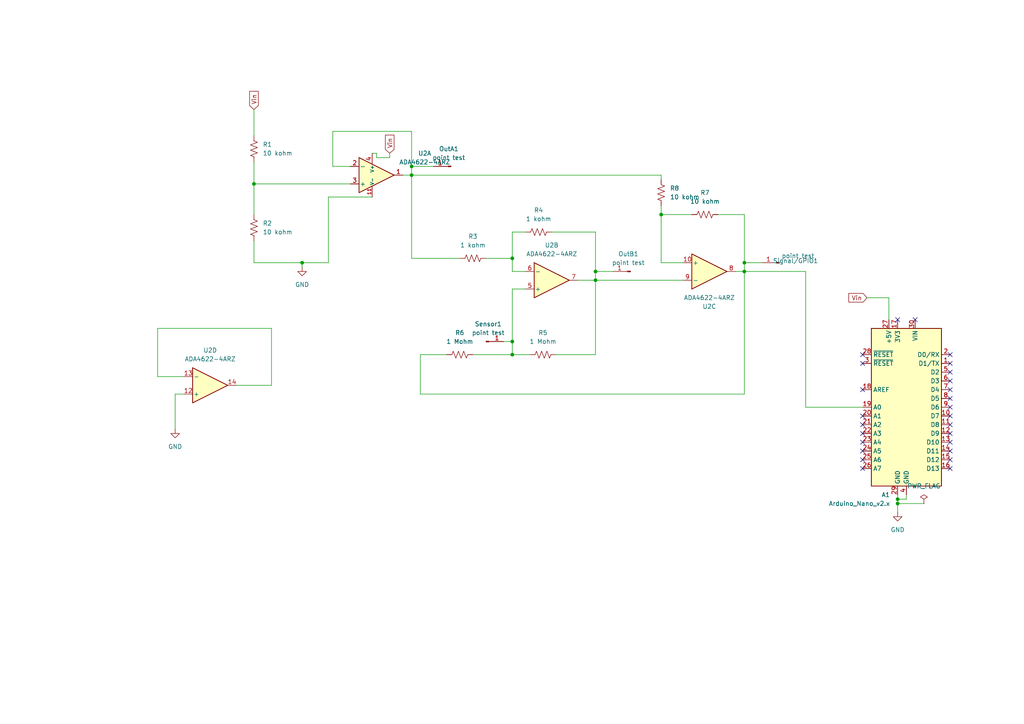
<source format=kicad_sch>
(kicad_sch
	(version 20231120)
	(generator "eeschema")
	(generator_version "8.0")
	(uuid "8d6e2af3-6787-452d-a508-8246b70595e4")
	(paper "A4")
	(lib_symbols
		(symbol "Connector:Conn_01x01_Pin"
			(pin_names
				(offset 1.016) hide)
			(exclude_from_sim no)
			(in_bom yes)
			(on_board yes)
			(property "Reference" "J"
				(at 0 2.54 0)
				(effects
					(font
						(size 1.27 1.27)
					)
				)
			)
			(property "Value" "Conn_01x01_Pin"
				(at 0 -2.54 0)
				(effects
					(font
						(size 1.27 1.27)
					)
				)
			)
			(property "Footprint" ""
				(at 0 0 0)
				(effects
					(font
						(size 1.27 1.27)
					)
					(hide yes)
				)
			)
			(property "Datasheet" "~"
				(at 0 0 0)
				(effects
					(font
						(size 1.27 1.27)
					)
					(hide yes)
				)
			)
			(property "Description" "Generic connector, single row, 01x01, script generated"
				(at 0 0 0)
				(effects
					(font
						(size 1.27 1.27)
					)
					(hide yes)
				)
			)
			(property "ki_locked" ""
				(at 0 0 0)
				(effects
					(font
						(size 1.27 1.27)
					)
				)
			)
			(property "ki_keywords" "connector"
				(at 0 0 0)
				(effects
					(font
						(size 1.27 1.27)
					)
					(hide yes)
				)
			)
			(property "ki_fp_filters" "Connector*:*_1x??_*"
				(at 0 0 0)
				(effects
					(font
						(size 1.27 1.27)
					)
					(hide yes)
				)
			)
			(symbol "Conn_01x01_Pin_1_1"
				(polyline
					(pts
						(xy 1.27 0) (xy 0.8636 0)
					)
					(stroke
						(width 0.1524)
						(type default)
					)
					(fill
						(type none)
					)
				)
				(rectangle
					(start 0.8636 0.127)
					(end 0 -0.127)
					(stroke
						(width 0.1524)
						(type default)
					)
					(fill
						(type outline)
					)
				)
				(pin passive line
					(at 5.08 0 180)
					(length 3.81)
					(name "Pin_1"
						(effects
							(font
								(size 1.27 1.27)
							)
						)
					)
					(number "1"
						(effects
							(font
								(size 1.27 1.27)
							)
						)
					)
				)
			)
		)
		(symbol "Device:R_US"
			(pin_numbers hide)
			(pin_names
				(offset 0)
			)
			(exclude_from_sim no)
			(in_bom yes)
			(on_board yes)
			(property "Reference" "R"
				(at 2.54 0 90)
				(effects
					(font
						(size 1.27 1.27)
					)
				)
			)
			(property "Value" "R_US"
				(at -2.54 0 90)
				(effects
					(font
						(size 1.27 1.27)
					)
				)
			)
			(property "Footprint" ""
				(at 1.016 -0.254 90)
				(effects
					(font
						(size 1.27 1.27)
					)
					(hide yes)
				)
			)
			(property "Datasheet" "~"
				(at 0 0 0)
				(effects
					(font
						(size 1.27 1.27)
					)
					(hide yes)
				)
			)
			(property "Description" "Resistor, US symbol"
				(at 0 0 0)
				(effects
					(font
						(size 1.27 1.27)
					)
					(hide yes)
				)
			)
			(property "ki_keywords" "R res resistor"
				(at 0 0 0)
				(effects
					(font
						(size 1.27 1.27)
					)
					(hide yes)
				)
			)
			(property "ki_fp_filters" "R_*"
				(at 0 0 0)
				(effects
					(font
						(size 1.27 1.27)
					)
					(hide yes)
				)
			)
			(symbol "R_US_0_1"
				(polyline
					(pts
						(xy 0 -2.286) (xy 0 -2.54)
					)
					(stroke
						(width 0)
						(type default)
					)
					(fill
						(type none)
					)
				)
				(polyline
					(pts
						(xy 0 2.286) (xy 0 2.54)
					)
					(stroke
						(width 0)
						(type default)
					)
					(fill
						(type none)
					)
				)
				(polyline
					(pts
						(xy 0 -0.762) (xy 1.016 -1.143) (xy 0 -1.524) (xy -1.016 -1.905) (xy 0 -2.286)
					)
					(stroke
						(width 0)
						(type default)
					)
					(fill
						(type none)
					)
				)
				(polyline
					(pts
						(xy 0 0.762) (xy 1.016 0.381) (xy 0 0) (xy -1.016 -0.381) (xy 0 -0.762)
					)
					(stroke
						(width 0)
						(type default)
					)
					(fill
						(type none)
					)
				)
				(polyline
					(pts
						(xy 0 2.286) (xy 1.016 1.905) (xy 0 1.524) (xy -1.016 1.143) (xy 0 0.762)
					)
					(stroke
						(width 0)
						(type default)
					)
					(fill
						(type none)
					)
				)
			)
			(symbol "R_US_1_1"
				(pin passive line
					(at 0 3.81 270)
					(length 1.27)
					(name "~"
						(effects
							(font
								(size 1.27 1.27)
							)
						)
					)
					(number "1"
						(effects
							(font
								(size 1.27 1.27)
							)
						)
					)
				)
				(pin passive line
					(at 0 -3.81 90)
					(length 1.27)
					(name "~"
						(effects
							(font
								(size 1.27 1.27)
							)
						)
					)
					(number "2"
						(effects
							(font
								(size 1.27 1.27)
							)
						)
					)
				)
			)
		)
		(symbol "MCU_Module:Arduino_Nano_v2.x"
			(exclude_from_sim no)
			(in_bom yes)
			(on_board yes)
			(property "Reference" "A"
				(at -10.16 23.495 0)
				(effects
					(font
						(size 1.27 1.27)
					)
					(justify left bottom)
				)
			)
			(property "Value" "Arduino_Nano_v2.x"
				(at 5.08 -24.13 0)
				(effects
					(font
						(size 1.27 1.27)
					)
					(justify left top)
				)
			)
			(property "Footprint" "Module:Arduino_Nano"
				(at 0 0 0)
				(effects
					(font
						(size 1.27 1.27)
						(italic yes)
					)
					(hide yes)
				)
			)
			(property "Datasheet" "https://www.arduino.cc/en/uploads/Main/ArduinoNanoManual23.pdf"
				(at 0 0 0)
				(effects
					(font
						(size 1.27 1.27)
					)
					(hide yes)
				)
			)
			(property "Description" "Arduino Nano v2.x"
				(at 0 0 0)
				(effects
					(font
						(size 1.27 1.27)
					)
					(hide yes)
				)
			)
			(property "ki_keywords" "Arduino nano microcontroller module USB"
				(at 0 0 0)
				(effects
					(font
						(size 1.27 1.27)
					)
					(hide yes)
				)
			)
			(property "ki_fp_filters" "Arduino*Nano*"
				(at 0 0 0)
				(effects
					(font
						(size 1.27 1.27)
					)
					(hide yes)
				)
			)
			(symbol "Arduino_Nano_v2.x_0_1"
				(rectangle
					(start -10.16 22.86)
					(end 10.16 -22.86)
					(stroke
						(width 0.254)
						(type default)
					)
					(fill
						(type background)
					)
				)
			)
			(symbol "Arduino_Nano_v2.x_1_1"
				(pin bidirectional line
					(at -12.7 12.7 0)
					(length 2.54)
					(name "D1/TX"
						(effects
							(font
								(size 1.27 1.27)
							)
						)
					)
					(number "1"
						(effects
							(font
								(size 1.27 1.27)
							)
						)
					)
				)
				(pin bidirectional line
					(at -12.7 -2.54 0)
					(length 2.54)
					(name "D7"
						(effects
							(font
								(size 1.27 1.27)
							)
						)
					)
					(number "10"
						(effects
							(font
								(size 1.27 1.27)
							)
						)
					)
				)
				(pin bidirectional line
					(at -12.7 -5.08 0)
					(length 2.54)
					(name "D8"
						(effects
							(font
								(size 1.27 1.27)
							)
						)
					)
					(number "11"
						(effects
							(font
								(size 1.27 1.27)
							)
						)
					)
				)
				(pin bidirectional line
					(at -12.7 -7.62 0)
					(length 2.54)
					(name "D9"
						(effects
							(font
								(size 1.27 1.27)
							)
						)
					)
					(number "12"
						(effects
							(font
								(size 1.27 1.27)
							)
						)
					)
				)
				(pin bidirectional line
					(at -12.7 -10.16 0)
					(length 2.54)
					(name "D10"
						(effects
							(font
								(size 1.27 1.27)
							)
						)
					)
					(number "13"
						(effects
							(font
								(size 1.27 1.27)
							)
						)
					)
				)
				(pin bidirectional line
					(at -12.7 -12.7 0)
					(length 2.54)
					(name "D11"
						(effects
							(font
								(size 1.27 1.27)
							)
						)
					)
					(number "14"
						(effects
							(font
								(size 1.27 1.27)
							)
						)
					)
				)
				(pin bidirectional line
					(at -12.7 -15.24 0)
					(length 2.54)
					(name "D12"
						(effects
							(font
								(size 1.27 1.27)
							)
						)
					)
					(number "15"
						(effects
							(font
								(size 1.27 1.27)
							)
						)
					)
				)
				(pin bidirectional line
					(at -12.7 -17.78 0)
					(length 2.54)
					(name "D13"
						(effects
							(font
								(size 1.27 1.27)
							)
						)
					)
					(number "16"
						(effects
							(font
								(size 1.27 1.27)
							)
						)
					)
				)
				(pin power_out line
					(at 2.54 25.4 270)
					(length 2.54)
					(name "3V3"
						(effects
							(font
								(size 1.27 1.27)
							)
						)
					)
					(number "17"
						(effects
							(font
								(size 1.27 1.27)
							)
						)
					)
				)
				(pin input line
					(at 12.7 5.08 180)
					(length 2.54)
					(name "AREF"
						(effects
							(font
								(size 1.27 1.27)
							)
						)
					)
					(number "18"
						(effects
							(font
								(size 1.27 1.27)
							)
						)
					)
				)
				(pin bidirectional line
					(at 12.7 0 180)
					(length 2.54)
					(name "A0"
						(effects
							(font
								(size 1.27 1.27)
							)
						)
					)
					(number "19"
						(effects
							(font
								(size 1.27 1.27)
							)
						)
					)
				)
				(pin bidirectional line
					(at -12.7 15.24 0)
					(length 2.54)
					(name "D0/RX"
						(effects
							(font
								(size 1.27 1.27)
							)
						)
					)
					(number "2"
						(effects
							(font
								(size 1.27 1.27)
							)
						)
					)
				)
				(pin bidirectional line
					(at 12.7 -2.54 180)
					(length 2.54)
					(name "A1"
						(effects
							(font
								(size 1.27 1.27)
							)
						)
					)
					(number "20"
						(effects
							(font
								(size 1.27 1.27)
							)
						)
					)
				)
				(pin bidirectional line
					(at 12.7 -5.08 180)
					(length 2.54)
					(name "A2"
						(effects
							(font
								(size 1.27 1.27)
							)
						)
					)
					(number "21"
						(effects
							(font
								(size 1.27 1.27)
							)
						)
					)
				)
				(pin bidirectional line
					(at 12.7 -7.62 180)
					(length 2.54)
					(name "A3"
						(effects
							(font
								(size 1.27 1.27)
							)
						)
					)
					(number "22"
						(effects
							(font
								(size 1.27 1.27)
							)
						)
					)
				)
				(pin bidirectional line
					(at 12.7 -10.16 180)
					(length 2.54)
					(name "A4"
						(effects
							(font
								(size 1.27 1.27)
							)
						)
					)
					(number "23"
						(effects
							(font
								(size 1.27 1.27)
							)
						)
					)
				)
				(pin bidirectional line
					(at 12.7 -12.7 180)
					(length 2.54)
					(name "A5"
						(effects
							(font
								(size 1.27 1.27)
							)
						)
					)
					(number "24"
						(effects
							(font
								(size 1.27 1.27)
							)
						)
					)
				)
				(pin bidirectional line
					(at 12.7 -15.24 180)
					(length 2.54)
					(name "A6"
						(effects
							(font
								(size 1.27 1.27)
							)
						)
					)
					(number "25"
						(effects
							(font
								(size 1.27 1.27)
							)
						)
					)
				)
				(pin bidirectional line
					(at 12.7 -17.78 180)
					(length 2.54)
					(name "A7"
						(effects
							(font
								(size 1.27 1.27)
							)
						)
					)
					(number "26"
						(effects
							(font
								(size 1.27 1.27)
							)
						)
					)
				)
				(pin power_out line
					(at 5.08 25.4 270)
					(length 2.54)
					(name "+5V"
						(effects
							(font
								(size 1.27 1.27)
							)
						)
					)
					(number "27"
						(effects
							(font
								(size 1.27 1.27)
							)
						)
					)
				)
				(pin input line
					(at 12.7 15.24 180)
					(length 2.54)
					(name "~{RESET}"
						(effects
							(font
								(size 1.27 1.27)
							)
						)
					)
					(number "28"
						(effects
							(font
								(size 1.27 1.27)
							)
						)
					)
				)
				(pin power_in line
					(at 2.54 -25.4 90)
					(length 2.54)
					(name "GND"
						(effects
							(font
								(size 1.27 1.27)
							)
						)
					)
					(number "29"
						(effects
							(font
								(size 1.27 1.27)
							)
						)
					)
				)
				(pin input line
					(at 12.7 12.7 180)
					(length 2.54)
					(name "~{RESET}"
						(effects
							(font
								(size 1.27 1.27)
							)
						)
					)
					(number "3"
						(effects
							(font
								(size 1.27 1.27)
							)
						)
					)
				)
				(pin power_in line
					(at -2.54 25.4 270)
					(length 2.54)
					(name "VIN"
						(effects
							(font
								(size 1.27 1.27)
							)
						)
					)
					(number "30"
						(effects
							(font
								(size 1.27 1.27)
							)
						)
					)
				)
				(pin power_in line
					(at 0 -25.4 90)
					(length 2.54)
					(name "GND"
						(effects
							(font
								(size 1.27 1.27)
							)
						)
					)
					(number "4"
						(effects
							(font
								(size 1.27 1.27)
							)
						)
					)
				)
				(pin bidirectional line
					(at -12.7 10.16 0)
					(length 2.54)
					(name "D2"
						(effects
							(font
								(size 1.27 1.27)
							)
						)
					)
					(number "5"
						(effects
							(font
								(size 1.27 1.27)
							)
						)
					)
				)
				(pin bidirectional line
					(at -12.7 7.62 0)
					(length 2.54)
					(name "D3"
						(effects
							(font
								(size 1.27 1.27)
							)
						)
					)
					(number "6"
						(effects
							(font
								(size 1.27 1.27)
							)
						)
					)
				)
				(pin bidirectional line
					(at -12.7 5.08 0)
					(length 2.54)
					(name "D4"
						(effects
							(font
								(size 1.27 1.27)
							)
						)
					)
					(number "7"
						(effects
							(font
								(size 1.27 1.27)
							)
						)
					)
				)
				(pin bidirectional line
					(at -12.7 2.54 0)
					(length 2.54)
					(name "D5"
						(effects
							(font
								(size 1.27 1.27)
							)
						)
					)
					(number "8"
						(effects
							(font
								(size 1.27 1.27)
							)
						)
					)
				)
				(pin bidirectional line
					(at -12.7 0 0)
					(length 2.54)
					(name "D6"
						(effects
							(font
								(size 1.27 1.27)
							)
						)
					)
					(number "9"
						(effects
							(font
								(size 1.27 1.27)
							)
						)
					)
				)
			)
		)
		(symbol "PCM_Amplifier_Operational_AKL:ADA4622-4ARZ"
			(pin_names
				(offset 0.2)
			)
			(exclude_from_sim no)
			(in_bom yes)
			(on_board yes)
			(property "Reference" "U"
				(at 1.27 7.62 0)
				(effects
					(font
						(size 1.27 1.27)
					)
					(justify left)
				)
			)
			(property "Value" "ADA4622-4ARZ"
				(at 1.27 5.08 0)
				(effects
					(font
						(size 1.27 1.27)
					)
					(justify left)
				)
			)
			(property "Footprint" "Package_SO_AKL:SOIC-14_3.9x8.7mm_P1.27mm"
				(at 0 0 0)
				(effects
					(font
						(size 1.27 1.27)
					)
					(hide yes)
				)
			)
			(property "Datasheet" "https://www.tme.eu/Document/d36d8d41df5dfd041dfe750941d70940/ADA4622-1-2-4.pdf"
				(at 0 0 0)
				(effects
					(font
						(size 1.27 1.27)
					)
					(hide yes)
				)
			)
			(property "Description" "SO-14 Quad Precision Rail-to-Rail Operational Amplifier, 800μV Offset, 15μV/°C Drift, 8MHz GBW, Alternate KiCAD Library"
				(at 0 0 0)
				(effects
					(font
						(size 1.27 1.27)
					)
					(hide yes)
				)
			)
			(property "ki_locked" ""
				(at 0 0 0)
				(effects
					(font
						(size 1.27 1.27)
					)
				)
			)
			(property "ki_keywords" "quad opamp operational amplifier auto zero chopper rail-to-rail ADA4622-4"
				(at 0 0 0)
				(effects
					(font
						(size 1.27 1.27)
					)
					(hide yes)
				)
			)
			(symbol "ADA4622-4ARZ_0_1"
				(polyline
					(pts
						(xy -3.81 5.08) (xy -3.81 -5.08) (xy 6.35 0) (xy -3.81 5.08)
					)
					(stroke
						(width 0.254)
						(type default)
					)
					(fill
						(type background)
					)
				)
			)
			(symbol "ADA4622-4ARZ_1_1"
				(pin output line
					(at 8.89 0 180)
					(length 2.54)
					(name "~"
						(effects
							(font
								(size 1.27 1.27)
							)
						)
					)
					(number "1"
						(effects
							(font
								(size 1.27 1.27)
							)
						)
					)
				)
				(pin power_in line
					(at 0 -6.35 90)
					(length 3.18)
					(name "V-"
						(effects
							(font
								(size 1 1)
							)
						)
					)
					(number "11"
						(effects
							(font
								(size 1 1)
							)
						)
					)
				)
				(pin input line
					(at -6.35 2.54 0)
					(length 2.54)
					(name "-"
						(effects
							(font
								(size 1.27 1.27)
							)
						)
					)
					(number "2"
						(effects
							(font
								(size 1.27 1.27)
							)
						)
					)
				)
				(pin input line
					(at -6.35 -2.54 0)
					(length 2.54)
					(name "+"
						(effects
							(font
								(size 1.27 1.27)
							)
						)
					)
					(number "3"
						(effects
							(font
								(size 1.27 1.27)
							)
						)
					)
				)
				(pin power_in line
					(at 0 6.35 270)
					(length 3.18)
					(name "V+"
						(effects
							(font
								(size 1 1)
							)
						)
					)
					(number "4"
						(effects
							(font
								(size 1.27 1.27)
							)
						)
					)
				)
			)
			(symbol "ADA4622-4ARZ_2_1"
				(pin input line
					(at -6.35 -2.54 0)
					(length 2.54)
					(name "+"
						(effects
							(font
								(size 1.27 1.27)
							)
						)
					)
					(number "5"
						(effects
							(font
								(size 1.27 1.27)
							)
						)
					)
				)
				(pin input line
					(at -6.35 2.54 0)
					(length 2.54)
					(name "-"
						(effects
							(font
								(size 1.27 1.27)
							)
						)
					)
					(number "6"
						(effects
							(font
								(size 1.27 1.27)
							)
						)
					)
				)
				(pin output line
					(at 8.89 0 180)
					(length 2.54)
					(name "~"
						(effects
							(font
								(size 1.27 1.27)
							)
						)
					)
					(number "7"
						(effects
							(font
								(size 1.27 1.27)
							)
						)
					)
				)
			)
			(symbol "ADA4622-4ARZ_3_1"
				(pin input line
					(at -6.35 -2.54 0)
					(length 2.54)
					(name "+"
						(effects
							(font
								(size 1.27 1.27)
							)
						)
					)
					(number "10"
						(effects
							(font
								(size 1.27 1.27)
							)
						)
					)
				)
				(pin output line
					(at 8.89 0 180)
					(length 2.54)
					(name "~"
						(effects
							(font
								(size 1.27 1.27)
							)
						)
					)
					(number "8"
						(effects
							(font
								(size 1.27 1.27)
							)
						)
					)
				)
				(pin input line
					(at -6.35 2.54 0)
					(length 2.54)
					(name "-"
						(effects
							(font
								(size 1.27 1.27)
							)
						)
					)
					(number "9"
						(effects
							(font
								(size 1.27 1.27)
							)
						)
					)
				)
			)
			(symbol "ADA4622-4ARZ_4_1"
				(pin input line
					(at -6.35 -2.54 0)
					(length 2.54)
					(name "+"
						(effects
							(font
								(size 1.27 1.27)
							)
						)
					)
					(number "12"
						(effects
							(font
								(size 1.27 1.27)
							)
						)
					)
				)
				(pin input line
					(at -6.35 2.54 0)
					(length 2.54)
					(name "-"
						(effects
							(font
								(size 1.27 1.27)
							)
						)
					)
					(number "13"
						(effects
							(font
								(size 1.27 1.27)
							)
						)
					)
				)
				(pin output line
					(at 8.89 0 180)
					(length 2.54)
					(name "~"
						(effects
							(font
								(size 1.27 1.27)
							)
						)
					)
					(number "14"
						(effects
							(font
								(size 1.27 1.27)
							)
						)
					)
				)
			)
		)
		(symbol "power:GND"
			(power)
			(pin_numbers hide)
			(pin_names
				(offset 0) hide)
			(exclude_from_sim no)
			(in_bom yes)
			(on_board yes)
			(property "Reference" "#PWR"
				(at 0 -6.35 0)
				(effects
					(font
						(size 1.27 1.27)
					)
					(hide yes)
				)
			)
			(property "Value" "GND"
				(at 0 -3.81 0)
				(effects
					(font
						(size 1.27 1.27)
					)
				)
			)
			(property "Footprint" ""
				(at 0 0 0)
				(effects
					(font
						(size 1.27 1.27)
					)
					(hide yes)
				)
			)
			(property "Datasheet" ""
				(at 0 0 0)
				(effects
					(font
						(size 1.27 1.27)
					)
					(hide yes)
				)
			)
			(property "Description" "Power symbol creates a global label with name \"GND\" , ground"
				(at 0 0 0)
				(effects
					(font
						(size 1.27 1.27)
					)
					(hide yes)
				)
			)
			(property "ki_keywords" "global power"
				(at 0 0 0)
				(effects
					(font
						(size 1.27 1.27)
					)
					(hide yes)
				)
			)
			(symbol "GND_0_1"
				(polyline
					(pts
						(xy 0 0) (xy 0 -1.27) (xy 1.27 -1.27) (xy 0 -2.54) (xy -1.27 -1.27) (xy 0 -1.27)
					)
					(stroke
						(width 0)
						(type default)
					)
					(fill
						(type none)
					)
				)
			)
			(symbol "GND_1_1"
				(pin power_in line
					(at 0 0 270)
					(length 0)
					(name "~"
						(effects
							(font
								(size 1.27 1.27)
							)
						)
					)
					(number "1"
						(effects
							(font
								(size 1.27 1.27)
							)
						)
					)
				)
			)
		)
		(symbol "power:PWR_FLAG"
			(power)
			(pin_numbers hide)
			(pin_names
				(offset 0) hide)
			(exclude_from_sim no)
			(in_bom yes)
			(on_board yes)
			(property "Reference" "#FLG"
				(at 0 1.905 0)
				(effects
					(font
						(size 1.27 1.27)
					)
					(hide yes)
				)
			)
			(property "Value" "PWR_FLAG"
				(at 0 3.81 0)
				(effects
					(font
						(size 1.27 1.27)
					)
				)
			)
			(property "Footprint" ""
				(at 0 0 0)
				(effects
					(font
						(size 1.27 1.27)
					)
					(hide yes)
				)
			)
			(property "Datasheet" "~"
				(at 0 0 0)
				(effects
					(font
						(size 1.27 1.27)
					)
					(hide yes)
				)
			)
			(property "Description" "Special symbol for telling ERC where power comes from"
				(at 0 0 0)
				(effects
					(font
						(size 1.27 1.27)
					)
					(hide yes)
				)
			)
			(property "ki_keywords" "flag power"
				(at 0 0 0)
				(effects
					(font
						(size 1.27 1.27)
					)
					(hide yes)
				)
			)
			(symbol "PWR_FLAG_0_0"
				(pin power_out line
					(at 0 0 90)
					(length 0)
					(name "~"
						(effects
							(font
								(size 1.27 1.27)
							)
						)
					)
					(number "1"
						(effects
							(font
								(size 1.27 1.27)
							)
						)
					)
				)
			)
			(symbol "PWR_FLAG_0_1"
				(polyline
					(pts
						(xy 0 0) (xy 0 1.27) (xy -1.016 1.905) (xy 0 2.54) (xy 1.016 1.905) (xy 0 1.27)
					)
					(stroke
						(width 0)
						(type default)
					)
					(fill
						(type none)
					)
				)
			)
		)
	)
	(junction
		(at 148.59 99.06)
		(diameter 0)
		(color 0 0 0 0)
		(uuid "23dca0e0-71d1-463f-bfd5-5f96fe99c6f1")
	)
	(junction
		(at 215.9 78.74)
		(diameter 0)
		(color 0 0 0 0)
		(uuid "4861a2d9-215f-4e45-b4da-e17ec73fea43")
	)
	(junction
		(at 260.35 146.05)
		(diameter 0)
		(color 0 0 0 0)
		(uuid "53afee54-6c14-485f-b1c7-4d7095f758d5")
	)
	(junction
		(at 73.66 53.34)
		(diameter 0)
		(color 0 0 0 0)
		(uuid "65c3d460-6645-4592-bf2d-8ae79f1e90c3")
	)
	(junction
		(at 119.38 48.26)
		(diameter 0)
		(color 0 0 0 0)
		(uuid "6644b094-8c29-42d0-871b-4fa83cbdd972")
	)
	(junction
		(at 148.59 102.87)
		(diameter 0)
		(color 0 0 0 0)
		(uuid "70d3c5fb-36b9-48b9-9535-076e87a1c811")
	)
	(junction
		(at 215.9 76.2)
		(diameter 0)
		(color 0 0 0 0)
		(uuid "7c7320e3-0fee-4214-9ead-38305dc3d14a")
	)
	(junction
		(at 172.72 81.28)
		(diameter 0)
		(color 0 0 0 0)
		(uuid "8f71d2fd-9c79-43c0-a0aa-496282899f83")
	)
	(junction
		(at 260.35 144.78)
		(diameter 0)
		(color 0 0 0 0)
		(uuid "ae8abbeb-d981-4d35-90c8-2c0e96df41e4")
	)
	(junction
		(at 148.59 74.93)
		(diameter 0)
		(color 0 0 0 0)
		(uuid "b532243b-86fc-43fc-9e1b-d260491fb17c")
	)
	(junction
		(at 119.38 50.8)
		(diameter 0)
		(color 0 0 0 0)
		(uuid "b53d5557-ba2d-42a1-aca2-ad34bdc79138")
	)
	(junction
		(at 191.77 62.23)
		(diameter 0)
		(color 0 0 0 0)
		(uuid "da2c7f3f-142e-42ad-b010-ed646b4dc83a")
	)
	(junction
		(at 87.63 76.2)
		(diameter 0)
		(color 0 0 0 0)
		(uuid "ec6ed4bd-6f58-4f24-b304-122b14628dbc")
	)
	(junction
		(at 172.72 78.74)
		(diameter 0)
		(color 0 0 0 0)
		(uuid "fc05d1ab-0b2a-4e4b-a3a2-dcf232c84ea9")
	)
	(no_connect
		(at 275.59 110.49)
		(uuid "03ec0683-97ed-4873-a437-112c4f725b72")
	)
	(no_connect
		(at 275.59 130.81)
		(uuid "1c9eb58d-48da-4265-ab04-c179dd5eea4a")
	)
	(no_connect
		(at 275.59 120.65)
		(uuid "2087eeea-9bc8-4922-9118-7690b591b6e9")
	)
	(no_connect
		(at 250.19 105.41)
		(uuid "292c6550-d8d7-4e1c-8f71-bcb2131bacde")
	)
	(no_connect
		(at 250.19 130.81)
		(uuid "2ca2c425-7c43-483d-87a3-b16d2e510092")
	)
	(no_connect
		(at 275.59 135.89)
		(uuid "3bfc64b6-ca63-47ce-919e-92bdca6a2639")
	)
	(no_connect
		(at 275.59 125.73)
		(uuid "3c3c569f-41f3-43c6-a779-80e28dbe3d21")
	)
	(no_connect
		(at 250.19 120.65)
		(uuid "3d0f1dfd-1ecc-4111-84b6-94f83f1b21de")
	)
	(no_connect
		(at 260.35 92.71)
		(uuid "55b8fb04-4161-40ad-bd61-a11d64a16f93")
	)
	(no_connect
		(at 250.19 102.87)
		(uuid "5d84eb32-596a-4cb0-b157-af859765569b")
	)
	(no_connect
		(at 250.19 133.35)
		(uuid "5ea7836d-750c-443b-adc7-c300f0d75425")
	)
	(no_connect
		(at 275.59 107.95)
		(uuid "641fedc3-026a-49f7-b860-3755174a3891")
	)
	(no_connect
		(at 275.59 102.87)
		(uuid "6fc6431a-d867-487a-9bb0-18d1ac3c35e9")
	)
	(no_connect
		(at 275.59 123.19)
		(uuid "78babc08-23c3-45ff-a998-a02dfd564583")
	)
	(no_connect
		(at 275.59 118.11)
		(uuid "7eacb6d0-365d-4223-b957-43822712057d")
	)
	(no_connect
		(at 250.19 135.89)
		(uuid "7ef4a50a-3884-443e-85fc-d0ed695192fb")
	)
	(no_connect
		(at 250.19 113.03)
		(uuid "8f253e07-4e7b-45ab-83fd-b92615273e8e")
	)
	(no_connect
		(at 275.59 113.03)
		(uuid "91f285cf-36a0-4200-b4b9-91c523a92c6d")
	)
	(no_connect
		(at 275.59 105.41)
		(uuid "a2a02640-4c6d-44fd-97b0-51c42a4f7bb5")
	)
	(no_connect
		(at 250.19 125.73)
		(uuid "aeaa1585-5542-48fd-9093-4b0915b91cf0")
	)
	(no_connect
		(at 275.59 128.27)
		(uuid "b7751f35-a171-4db5-a70a-6459c7082232")
	)
	(no_connect
		(at 265.43 92.71)
		(uuid "efd5dc26-d731-4302-8300-d75b6adebbb5")
	)
	(no_connect
		(at 275.59 133.35)
		(uuid "f06d0920-f357-438b-8533-5516bd36974e")
	)
	(no_connect
		(at 250.19 128.27)
		(uuid "f303a8d2-8f56-4b28-afdd-c978a5be49c4")
	)
	(no_connect
		(at 275.59 115.57)
		(uuid "fc4160f1-9a04-4720-8fda-71afb2a7df61")
	)
	(no_connect
		(at 250.19 123.19)
		(uuid "feab70d5-72ff-4d94-a114-2f23b6ab7528")
	)
	(wire
		(pts
			(xy 146.05 99.06) (xy 148.59 99.06)
		)
		(stroke
			(width 0)
			(type default)
		)
		(uuid "04d8fa76-d27e-4b9b-a48e-97e403b0d9b3")
	)
	(wire
		(pts
			(xy 215.9 78.74) (xy 233.68 78.74)
		)
		(stroke
			(width 0)
			(type default)
		)
		(uuid "07922005-35fb-4cdd-aae0-f64562a5c22c")
	)
	(wire
		(pts
			(xy 177.8 78.74) (xy 172.72 78.74)
		)
		(stroke
			(width 0)
			(type default)
		)
		(uuid "0f2e8bbd-3f9b-49b8-afc1-18ecf2d475a1")
	)
	(wire
		(pts
			(xy 73.66 53.34) (xy 73.66 62.23)
		)
		(stroke
			(width 0)
			(type default)
		)
		(uuid "0f648a47-600f-45c1-8295-2ee0d142533b")
	)
	(wire
		(pts
			(xy 73.66 53.34) (xy 101.6 53.34)
		)
		(stroke
			(width 0)
			(type default)
		)
		(uuid "1209cf4d-b3b4-4cf0-b71f-e7be5b22a4dc")
	)
	(wire
		(pts
			(xy 101.6 48.26) (xy 96.52 48.26)
		)
		(stroke
			(width 0)
			(type default)
		)
		(uuid "167577f0-5147-471e-b4d4-eaf4e0adc73e")
	)
	(wire
		(pts
			(xy 200.66 62.23) (xy 191.77 62.23)
		)
		(stroke
			(width 0)
			(type default)
		)
		(uuid "1d67fd2c-c614-4a75-9446-33af6e293677")
	)
	(wire
		(pts
			(xy 191.77 59.69) (xy 191.77 62.23)
		)
		(stroke
			(width 0)
			(type default)
		)
		(uuid "1fe29923-6722-4edf-8c6c-684a4d41b89c")
	)
	(wire
		(pts
			(xy 45.72 109.22) (xy 45.72 95.25)
		)
		(stroke
			(width 0)
			(type default)
		)
		(uuid "297cfa29-711b-4e3c-b19a-81821010e7e7")
	)
	(wire
		(pts
			(xy 119.38 48.26) (xy 119.38 50.8)
		)
		(stroke
			(width 0)
			(type default)
		)
		(uuid "31d08658-c6d4-46ab-aa2f-dc291b697cc2")
	)
	(wire
		(pts
			(xy 148.59 67.31) (xy 148.59 74.93)
		)
		(stroke
			(width 0)
			(type default)
		)
		(uuid "3385777c-d800-4c0b-8ca0-177d28ec2c53")
	)
	(wire
		(pts
			(xy 260.35 143.51) (xy 260.35 144.78)
		)
		(stroke
			(width 0)
			(type default)
		)
		(uuid "33fc133e-9dda-4b8c-8aed-be45b48ec19a")
	)
	(wire
		(pts
			(xy 148.59 102.87) (xy 153.67 102.87)
		)
		(stroke
			(width 0)
			(type default)
		)
		(uuid "362f9b91-b0fb-4522-a614-5928719dcaef")
	)
	(wire
		(pts
			(xy 50.8 114.3) (xy 50.8 124.46)
		)
		(stroke
			(width 0)
			(type default)
		)
		(uuid "3cab902e-909b-4a6c-9f5d-8deefe344bc9")
	)
	(wire
		(pts
			(xy 161.29 102.87) (xy 172.72 102.87)
		)
		(stroke
			(width 0)
			(type default)
		)
		(uuid "3dee4eee-caea-4665-943d-52987cc6375b")
	)
	(wire
		(pts
			(xy 109.22 45.72) (xy 109.22 44.45)
		)
		(stroke
			(width 0)
			(type default)
		)
		(uuid "3f3c0602-4aa5-469e-8260-fe0f5bd8459c")
	)
	(wire
		(pts
			(xy 233.68 118.11) (xy 250.19 118.11)
		)
		(stroke
			(width 0)
			(type default)
		)
		(uuid "47877cf1-590c-41d1-8416-756023bd1026")
	)
	(wire
		(pts
			(xy 73.66 69.85) (xy 73.66 76.2)
		)
		(stroke
			(width 0)
			(type default)
		)
		(uuid "51085012-23b7-4a5c-9a54-526b6f0e6c9d")
	)
	(wire
		(pts
			(xy 95.25 57.15) (xy 95.25 76.2)
		)
		(stroke
			(width 0)
			(type default)
		)
		(uuid "51362f86-a8b6-4659-a236-325f9b1ac21b")
	)
	(wire
		(pts
			(xy 119.38 38.1) (xy 119.38 48.26)
		)
		(stroke
			(width 0)
			(type default)
		)
		(uuid "519b656f-f280-427a-846b-5542ae70f9fd")
	)
	(wire
		(pts
			(xy 172.72 78.74) (xy 172.72 81.28)
		)
		(stroke
			(width 0)
			(type default)
		)
		(uuid "5300c437-e82f-4c7a-b017-aa93affd973f")
	)
	(wire
		(pts
			(xy 251.46 86.36) (xy 257.81 86.36)
		)
		(stroke
			(width 0)
			(type default)
		)
		(uuid "54d5ef27-57a7-4c33-92a1-30f520d7cf59")
	)
	(wire
		(pts
			(xy 45.72 95.25) (xy 78.74 95.25)
		)
		(stroke
			(width 0)
			(type default)
		)
		(uuid "54f58fa2-23bb-460d-817e-c4fc4bf8ceed")
	)
	(wire
		(pts
			(xy 109.22 44.45) (xy 107.95 44.45)
		)
		(stroke
			(width 0)
			(type default)
		)
		(uuid "572a7ded-1262-4c61-a84d-e5307f0865af")
	)
	(wire
		(pts
			(xy 260.35 146.05) (xy 267.97 146.05)
		)
		(stroke
			(width 0)
			(type default)
		)
		(uuid "57bf8fe9-a332-4455-a59f-19c1fe0f78df")
	)
	(wire
		(pts
			(xy 262.89 144.78) (xy 260.35 144.78)
		)
		(stroke
			(width 0)
			(type default)
		)
		(uuid "5a1e62fc-92f2-4e74-9faf-94236deb54cc")
	)
	(wire
		(pts
			(xy 215.9 78.74) (xy 215.9 114.3)
		)
		(stroke
			(width 0)
			(type default)
		)
		(uuid "68958eeb-eb9d-4c04-bec6-660037838591")
	)
	(wire
		(pts
			(xy 172.72 81.28) (xy 198.12 81.28)
		)
		(stroke
			(width 0)
			(type default)
		)
		(uuid "6b62c3dc-147e-4f48-b86c-772823d25110")
	)
	(wire
		(pts
			(xy 125.73 48.26) (xy 119.38 48.26)
		)
		(stroke
			(width 0)
			(type default)
		)
		(uuid "6cfca27e-89c1-49f3-9d27-e190af58e439")
	)
	(wire
		(pts
			(xy 220.98 76.2) (xy 215.9 76.2)
		)
		(stroke
			(width 0)
			(type default)
		)
		(uuid "6f3ba7fd-b383-46d9-916f-c8ca378e44e0")
	)
	(wire
		(pts
			(xy 215.9 78.74) (xy 213.36 78.74)
		)
		(stroke
			(width 0)
			(type default)
		)
		(uuid "703bc3ba-dfa9-4cbe-a4c3-527744efdcb0")
	)
	(wire
		(pts
			(xy 87.63 76.2) (xy 87.63 77.47)
		)
		(stroke
			(width 0)
			(type default)
		)
		(uuid "712db5ac-fcbe-490c-b07c-5805257487b0")
	)
	(wire
		(pts
			(xy 191.77 76.2) (xy 198.12 76.2)
		)
		(stroke
			(width 0)
			(type default)
		)
		(uuid "7331d37d-b3dd-418a-b4fd-f2f1955f729a")
	)
	(wire
		(pts
			(xy 137.16 102.87) (xy 148.59 102.87)
		)
		(stroke
			(width 0)
			(type default)
		)
		(uuid "7432bc39-e6df-429c-93ab-a4ea5f020b3c")
	)
	(wire
		(pts
			(xy 172.72 102.87) (xy 172.72 81.28)
		)
		(stroke
			(width 0)
			(type default)
		)
		(uuid "7476c21f-ea18-4c9e-83e2-76c0e6e46ea1")
	)
	(wire
		(pts
			(xy 53.34 109.22) (xy 45.72 109.22)
		)
		(stroke
			(width 0)
			(type default)
		)
		(uuid "771a6ead-ef54-45c7-ba0b-49008919ecc7")
	)
	(wire
		(pts
			(xy 73.66 31.75) (xy 73.66 39.37)
		)
		(stroke
			(width 0)
			(type default)
		)
		(uuid "7d8ba91f-e3db-47eb-bafd-f2a500f64dd1")
	)
	(wire
		(pts
			(xy 119.38 50.8) (xy 191.77 50.8)
		)
		(stroke
			(width 0)
			(type default)
		)
		(uuid "7f34c631-9426-4667-bf38-5e7162c4456d")
	)
	(wire
		(pts
			(xy 208.28 62.23) (xy 215.9 62.23)
		)
		(stroke
			(width 0)
			(type default)
		)
		(uuid "8081c702-28d0-43e0-9d2c-57358fcf654e")
	)
	(wire
		(pts
			(xy 107.95 57.15) (xy 95.25 57.15)
		)
		(stroke
			(width 0)
			(type default)
		)
		(uuid "85000fb3-a4b0-4570-a6c4-b92461ae5984")
	)
	(wire
		(pts
			(xy 260.35 146.05) (xy 260.35 148.59)
		)
		(stroke
			(width 0)
			(type default)
		)
		(uuid "881fa3cb-c32a-4a5a-95e6-60ab5e0182cb")
	)
	(wire
		(pts
			(xy 113.03 44.45) (xy 113.03 45.72)
		)
		(stroke
			(width 0)
			(type default)
		)
		(uuid "8ee7bfbf-11ca-4f46-a961-a55e352dd425")
	)
	(wire
		(pts
			(xy 148.59 99.06) (xy 148.59 102.87)
		)
		(stroke
			(width 0)
			(type default)
		)
		(uuid "90e3b685-56bc-4010-b8a9-099a31921785")
	)
	(wire
		(pts
			(xy 119.38 74.93) (xy 133.35 74.93)
		)
		(stroke
			(width 0)
			(type default)
		)
		(uuid "99838957-df48-4415-9d1a-64bd56604097")
	)
	(wire
		(pts
			(xy 191.77 62.23) (xy 191.77 76.2)
		)
		(stroke
			(width 0)
			(type default)
		)
		(uuid "9bba3795-58b7-4107-aa36-0e052945d6e8")
	)
	(wire
		(pts
			(xy 78.74 95.25) (xy 78.74 111.76)
		)
		(stroke
			(width 0)
			(type default)
		)
		(uuid "9fce30c9-bddf-4756-89bb-23a3923f16a2")
	)
	(wire
		(pts
			(xy 215.9 76.2) (xy 215.9 78.74)
		)
		(stroke
			(width 0)
			(type default)
		)
		(uuid "a4d461a7-73b3-4b77-b82b-6e166929fff3")
	)
	(wire
		(pts
			(xy 257.81 86.36) (xy 257.81 92.71)
		)
		(stroke
			(width 0)
			(type default)
		)
		(uuid "a4eb195d-121c-4590-9e7d-ca686ab086b5")
	)
	(wire
		(pts
			(xy 73.66 76.2) (xy 87.63 76.2)
		)
		(stroke
			(width 0)
			(type default)
		)
		(uuid "a5e6c355-2e76-403d-84af-bc93400744f3")
	)
	(wire
		(pts
			(xy 73.66 46.99) (xy 73.66 53.34)
		)
		(stroke
			(width 0)
			(type default)
		)
		(uuid "a6b42141-46af-4efb-ba2d-e6bba16f020b")
	)
	(wire
		(pts
			(xy 260.35 144.78) (xy 260.35 146.05)
		)
		(stroke
			(width 0)
			(type default)
		)
		(uuid "a8b4d430-02ed-42af-8f02-5da9a62febd7")
	)
	(wire
		(pts
			(xy 191.77 50.8) (xy 191.77 52.07)
		)
		(stroke
			(width 0)
			(type default)
		)
		(uuid "ad9bbc9a-dafe-4f70-b48e-8e68c1fcda48")
	)
	(wire
		(pts
			(xy 119.38 50.8) (xy 119.38 74.93)
		)
		(stroke
			(width 0)
			(type default)
		)
		(uuid "af35f956-612f-4bdb-9757-6a601ac6c247")
	)
	(wire
		(pts
			(xy 68.58 111.76) (xy 78.74 111.76)
		)
		(stroke
			(width 0)
			(type default)
		)
		(uuid "b18d2409-3307-43cd-9505-540508f26853")
	)
	(wire
		(pts
			(xy 119.38 50.8) (xy 116.84 50.8)
		)
		(stroke
			(width 0)
			(type default)
		)
		(uuid "b779217d-a8c8-4844-8186-a71b99cd065c")
	)
	(wire
		(pts
			(xy 160.02 67.31) (xy 172.72 67.31)
		)
		(stroke
			(width 0)
			(type default)
		)
		(uuid "ba29aa70-c8be-4081-a15c-bc4f002d5014")
	)
	(wire
		(pts
			(xy 113.03 45.72) (xy 109.22 45.72)
		)
		(stroke
			(width 0)
			(type default)
		)
		(uuid "c1bbe061-b7f3-4315-9196-54a3a10ed61e")
	)
	(wire
		(pts
			(xy 215.9 114.3) (xy 121.92 114.3)
		)
		(stroke
			(width 0)
			(type default)
		)
		(uuid "cae2a7df-6548-446b-aa52-03c4be3619ab")
	)
	(wire
		(pts
			(xy 121.92 102.87) (xy 129.54 102.87)
		)
		(stroke
			(width 0)
			(type default)
		)
		(uuid "cb6ed166-cfee-4632-ae95-9ddbcb0959a9")
	)
	(wire
		(pts
			(xy 148.59 83.82) (xy 148.59 99.06)
		)
		(stroke
			(width 0)
			(type default)
		)
		(uuid "ce9bcfc8-e925-4067-8942-9abe25bb4553")
	)
	(wire
		(pts
			(xy 262.89 143.51) (xy 262.89 144.78)
		)
		(stroke
			(width 0)
			(type default)
		)
		(uuid "d29614ed-9f16-41ab-86ca-b958ff5a0019")
	)
	(wire
		(pts
			(xy 233.68 78.74) (xy 233.68 118.11)
		)
		(stroke
			(width 0)
			(type default)
		)
		(uuid "d51a7cd1-e415-4fa0-9a73-524e29356cc2")
	)
	(wire
		(pts
			(xy 152.4 83.82) (xy 148.59 83.82)
		)
		(stroke
			(width 0)
			(type default)
		)
		(uuid "d8db1380-efb8-4d15-afe2-0a97540c2851")
	)
	(wire
		(pts
			(xy 96.52 38.1) (xy 119.38 38.1)
		)
		(stroke
			(width 0)
			(type default)
		)
		(uuid "dbabaab9-dbec-4ebf-ab75-568e5061dbf7")
	)
	(wire
		(pts
			(xy 121.92 114.3) (xy 121.92 102.87)
		)
		(stroke
			(width 0)
			(type default)
		)
		(uuid "df9f63fd-5a7c-4a36-9eff-ebe0e6d5116c")
	)
	(wire
		(pts
			(xy 96.52 48.26) (xy 96.52 38.1)
		)
		(stroke
			(width 0)
			(type default)
		)
		(uuid "dfe5e627-7501-4d70-97ee-d341159f9e2b")
	)
	(wire
		(pts
			(xy 148.59 78.74) (xy 152.4 78.74)
		)
		(stroke
			(width 0)
			(type default)
		)
		(uuid "e229e7dc-3056-4e67-831d-9c4ea0b07fa5")
	)
	(wire
		(pts
			(xy 167.64 81.28) (xy 172.72 81.28)
		)
		(stroke
			(width 0)
			(type default)
		)
		(uuid "ee3aa065-db33-44fa-8428-68f55a6e4b08")
	)
	(wire
		(pts
			(xy 87.63 76.2) (xy 95.25 76.2)
		)
		(stroke
			(width 0)
			(type default)
		)
		(uuid "ef465423-d790-46a8-9061-af74dfc1fba5")
	)
	(wire
		(pts
			(xy 172.72 67.31) (xy 172.72 78.74)
		)
		(stroke
			(width 0)
			(type default)
		)
		(uuid "ef5ae990-918e-49be-bebc-855dea80bff2")
	)
	(wire
		(pts
			(xy 140.97 74.93) (xy 148.59 74.93)
		)
		(stroke
			(width 0)
			(type default)
		)
		(uuid "f6aa2554-659c-4573-9b51-98c4e61ced39")
	)
	(wire
		(pts
			(xy 148.59 74.93) (xy 148.59 78.74)
		)
		(stroke
			(width 0)
			(type default)
		)
		(uuid "f95c1b9a-2909-4828-ab55-b32d58301711")
	)
	(wire
		(pts
			(xy 215.9 62.23) (xy 215.9 76.2)
		)
		(stroke
			(width 0)
			(type default)
		)
		(uuid "f95d7b02-5756-487e-86b7-ffe882089401")
	)
	(wire
		(pts
			(xy 148.59 67.31) (xy 152.4 67.31)
		)
		(stroke
			(width 0)
			(type default)
		)
		(uuid "fa63c06d-0a36-4b2e-9315-8b6aa44864b3")
	)
	(wire
		(pts
			(xy 53.34 114.3) (xy 50.8 114.3)
		)
		(stroke
			(width 0)
			(type default)
		)
		(uuid "fd15669e-e6e5-4093-afd5-4d0805507138")
	)
	(global_label "Vin"
		(shape input)
		(at 113.03 44.45 90)
		(fields_autoplaced yes)
		(effects
			(font
				(size 1.27 1.27)
			)
			(justify left)
		)
		(uuid "1743e773-1440-4e3d-881a-99c6063d2a64")
		(property "Intersheetrefs" "${INTERSHEET_REFS}"
			(at 113.03 38.6224 90)
			(effects
				(font
					(size 1.27 1.27)
				)
				(justify left)
				(hide yes)
			)
		)
	)
	(global_label "Vin"
		(shape input)
		(at 251.46 86.36 180)
		(fields_autoplaced yes)
		(effects
			(font
				(size 1.27 1.27)
			)
			(justify right)
		)
		(uuid "94241576-39f2-4525-87b3-73b1dc2f3185")
		(property "Intersheetrefs" "${INTERSHEET_REFS}"
			(at 245.6324 86.36 0)
			(effects
				(font
					(size 1.27 1.27)
				)
				(justify right)
				(hide yes)
			)
		)
	)
	(global_label "Vin"
		(shape input)
		(at 73.66 31.75 90)
		(fields_autoplaced yes)
		(effects
			(font
				(size 1.27 1.27)
			)
			(justify left)
		)
		(uuid "f001912a-addb-4452-803e-7452daa172ec")
		(property "Intersheetrefs" "${INTERSHEET_REFS}"
			(at 73.66 25.9224 90)
			(effects
				(font
					(size 1.27 1.27)
				)
				(justify left)
				(hide yes)
			)
		)
	)
	(symbol
		(lib_id "Device:R_US")
		(at 156.21 67.31 270)
		(unit 1)
		(exclude_from_sim no)
		(in_bom yes)
		(on_board yes)
		(dnp no)
		(fields_autoplaced yes)
		(uuid "04462fc7-f88f-4280-804a-c1cf73d7e58b")
		(property "Reference" "R4"
			(at 156.21 60.96 90)
			(effects
				(font
					(size 1.27 1.27)
				)
			)
		)
		(property "Value" "1 kohm"
			(at 156.21 63.5 90)
			(effects
				(font
					(size 1.27 1.27)
				)
			)
		)
		(property "Footprint" "Resistor_SMD:R_0805_2012Metric_Pad1.20x1.40mm_HandSolder"
			(at 155.956 68.326 90)
			(effects
				(font
					(size 1.27 1.27)
				)
				(hide yes)
			)
		)
		(property "Datasheet" "~"
			(at 156.21 67.31 0)
			(effects
				(font
					(size 1.27 1.27)
				)
				(hide yes)
			)
		)
		(property "Description" "Resistor, US symbol"
			(at 156.21 67.31 0)
			(effects
				(font
					(size 1.27 1.27)
				)
				(hide yes)
			)
		)
		(pin "2"
			(uuid "4aca4eba-74ac-4b6f-b5d5-0816291508ad")
		)
		(pin "1"
			(uuid "a1f67f13-b672-40a2-927c-188eec4ff320")
		)
		(instances
			(project "conditionneur"
				(path "/8d6e2af3-6787-452d-a508-8246b70595e4"
					(reference "R4")
					(unit 1)
				)
			)
		)
	)
	(symbol
		(lib_id "Device:R_US")
		(at 191.77 55.88 0)
		(unit 1)
		(exclude_from_sim no)
		(in_bom yes)
		(on_board yes)
		(dnp no)
		(uuid "2e94b2d0-62d7-4049-9bfc-505835c4862e")
		(property "Reference" "R8"
			(at 194.31 54.6099 0)
			(effects
				(font
					(size 1.27 1.27)
				)
				(justify left)
			)
		)
		(property "Value" "10 kohm"
			(at 194.31 57.1499 0)
			(effects
				(font
					(size 1.27 1.27)
				)
				(justify left)
			)
		)
		(property "Footprint" "Resistor_SMD:R_0805_2012Metric_Pad1.20x1.40mm_HandSolder"
			(at 192.786 56.134 90)
			(effects
				(font
					(size 1.27 1.27)
				)
				(hide yes)
			)
		)
		(property "Datasheet" "~"
			(at 191.77 55.88 0)
			(effects
				(font
					(size 1.27 1.27)
				)
				(hide yes)
			)
		)
		(property "Description" "Resistor, US symbol"
			(at 191.77 55.88 0)
			(effects
				(font
					(size 1.27 1.27)
				)
				(hide yes)
			)
		)
		(pin "2"
			(uuid "66efb233-3256-4212-b986-ad7de2524031")
		)
		(pin "1"
			(uuid "1300d61b-8126-40dc-90ff-ff9a0e40d8de")
		)
		(instances
			(project "conditionneur"
				(path "/8d6e2af3-6787-452d-a508-8246b70595e4"
					(reference "R8")
					(unit 1)
				)
			)
		)
	)
	(symbol
		(lib_id "Device:R_US")
		(at 157.48 102.87 270)
		(unit 1)
		(exclude_from_sim no)
		(in_bom yes)
		(on_board yes)
		(dnp no)
		(fields_autoplaced yes)
		(uuid "338a3d43-4e5d-464d-b391-846876955ec0")
		(property "Reference" "R5"
			(at 157.48 96.52 90)
			(effects
				(font
					(size 1.27 1.27)
				)
			)
		)
		(property "Value" "1 Mohm"
			(at 157.48 99.06 90)
			(effects
				(font
					(size 1.27 1.27)
				)
			)
		)
		(property "Footprint" "Resistor_SMD:R_0805_2012Metric_Pad1.20x1.40mm_HandSolder"
			(at 157.226 103.886 90)
			(effects
				(font
					(size 1.27 1.27)
				)
				(hide yes)
			)
		)
		(property "Datasheet" "~"
			(at 157.48 102.87 0)
			(effects
				(font
					(size 1.27 1.27)
				)
				(hide yes)
			)
		)
		(property "Description" "Resistor, US symbol"
			(at 157.48 102.87 0)
			(effects
				(font
					(size 1.27 1.27)
				)
				(hide yes)
			)
		)
		(pin "2"
			(uuid "a31db24b-02a7-485d-8074-664eb2e2e5ec")
		)
		(pin "1"
			(uuid "d3b7173a-3e14-46ad-a746-01ef76a60590")
		)
		(instances
			(project "conditionneur"
				(path "/8d6e2af3-6787-452d-a508-8246b70595e4"
					(reference "R5")
					(unit 1)
				)
			)
		)
	)
	(symbol
		(lib_id "power:GND")
		(at 87.63 77.47 0)
		(unit 1)
		(exclude_from_sim no)
		(in_bom yes)
		(on_board yes)
		(dnp no)
		(fields_autoplaced yes)
		(uuid "347a8c23-df1c-4274-ada2-1e3ad7422e89")
		(property "Reference" "#PWR01"
			(at 87.63 83.82 0)
			(effects
				(font
					(size 1.27 1.27)
				)
				(hide yes)
			)
		)
		(property "Value" "GND"
			(at 87.63 82.55 0)
			(effects
				(font
					(size 1.27 1.27)
				)
			)
		)
		(property "Footprint" ""
			(at 87.63 77.47 0)
			(effects
				(font
					(size 1.27 1.27)
				)
				(hide yes)
			)
		)
		(property "Datasheet" ""
			(at 87.63 77.47 0)
			(effects
				(font
					(size 1.27 1.27)
				)
				(hide yes)
			)
		)
		(property "Description" "Power symbol creates a global label with name \"GND\" , ground"
			(at 87.63 77.47 0)
			(effects
				(font
					(size 1.27 1.27)
				)
				(hide yes)
			)
		)
		(pin "1"
			(uuid "9df7d5ad-6ccf-49fd-98ab-38445ca39a67")
		)
		(instances
			(project "conditionneur"
				(path "/8d6e2af3-6787-452d-a508-8246b70595e4"
					(reference "#PWR01")
					(unit 1)
				)
			)
		)
	)
	(symbol
		(lib_id "power:GND")
		(at 260.35 148.59 0)
		(unit 1)
		(exclude_from_sim no)
		(in_bom yes)
		(on_board yes)
		(dnp no)
		(fields_autoplaced yes)
		(uuid "3e5949f8-d980-464e-896f-f79565958c94")
		(property "Reference" "#PWR02"
			(at 260.35 154.94 0)
			(effects
				(font
					(size 1.27 1.27)
				)
				(hide yes)
			)
		)
		(property "Value" "GND"
			(at 260.35 153.67 0)
			(effects
				(font
					(size 1.27 1.27)
				)
			)
		)
		(property "Footprint" ""
			(at 260.35 148.59 0)
			(effects
				(font
					(size 1.27 1.27)
				)
				(hide yes)
			)
		)
		(property "Datasheet" ""
			(at 260.35 148.59 0)
			(effects
				(font
					(size 1.27 1.27)
				)
				(hide yes)
			)
		)
		(property "Description" "Power symbol creates a global label with name \"GND\" , ground"
			(at 260.35 148.59 0)
			(effects
				(font
					(size 1.27 1.27)
				)
				(hide yes)
			)
		)
		(pin "1"
			(uuid "daab54ea-9506-444b-b696-e191aefd3f6f")
		)
		(instances
			(project "conditionneur"
				(path "/8d6e2af3-6787-452d-a508-8246b70595e4"
					(reference "#PWR02")
					(unit 1)
				)
			)
		)
	)
	(symbol
		(lib_id "power:PWR_FLAG")
		(at 267.97 146.05 0)
		(unit 1)
		(exclude_from_sim no)
		(in_bom yes)
		(on_board yes)
		(dnp no)
		(fields_autoplaced yes)
		(uuid "4321755f-ce60-46d4-bf2c-04685de1bf05")
		(property "Reference" "#FLG01"
			(at 267.97 144.145 0)
			(effects
				(font
					(size 1.27 1.27)
				)
				(hide yes)
			)
		)
		(property "Value" "PWR_FLAG"
			(at 267.97 140.97 0)
			(effects
				(font
					(size 1.27 1.27)
				)
			)
		)
		(property "Footprint" ""
			(at 267.97 146.05 0)
			(effects
				(font
					(size 1.27 1.27)
				)
				(hide yes)
			)
		)
		(property "Datasheet" "~"
			(at 267.97 146.05 0)
			(effects
				(font
					(size 1.27 1.27)
				)
				(hide yes)
			)
		)
		(property "Description" "Special symbol for telling ERC where power comes from"
			(at 267.97 146.05 0)
			(effects
				(font
					(size 1.27 1.27)
				)
				(hide yes)
			)
		)
		(pin "1"
			(uuid "3026d403-0132-438f-bde3-d85d84542bab")
		)
		(instances
			(project "conditionneur"
				(path "/8d6e2af3-6787-452d-a508-8246b70595e4"
					(reference "#FLG01")
					(unit 1)
				)
			)
		)
	)
	(symbol
		(lib_id "PCM_Amplifier_Operational_AKL:ADA4622-4ARZ")
		(at 107.95 50.8 0)
		(unit 1)
		(exclude_from_sim no)
		(in_bom yes)
		(on_board yes)
		(dnp no)
		(fields_autoplaced yes)
		(uuid "5359688a-0564-40fc-ae2f-e5c4c99e56b3")
		(property "Reference" "U2"
			(at 123.19 44.4814 0)
			(effects
				(font
					(size 1.27 1.27)
				)
			)
		)
		(property "Value" "ADA4622-4ARZ"
			(at 123.19 47.0214 0)
			(effects
				(font
					(size 1.27 1.27)
				)
			)
		)
		(property "Footprint" "Package_SO:SOIC-14_3.9x8.7mm_P1.27mm"
			(at 107.95 50.8 0)
			(effects
				(font
					(size 1.27 1.27)
				)
				(hide yes)
			)
		)
		(property "Datasheet" "https://www.tme.eu/Document/d36d8d41df5dfd041dfe750941d70940/ADA4622-1-2-4.pdf"
			(at 107.95 50.8 0)
			(effects
				(font
					(size 1.27 1.27)
				)
				(hide yes)
			)
		)
		(property "Description" "SO-14 Quad Precision Rail-to-Rail Operational Amplifier, 800μV Offset, 15μV/°C Drift, 8MHz GBW, Alternate KiCAD Library"
			(at 107.95 50.8 0)
			(effects
				(font
					(size 1.27 1.27)
				)
				(hide yes)
			)
		)
		(pin "1"
			(uuid "d43e2cdd-712e-4c6a-af19-a6b5065a5658")
		)
		(pin "5"
			(uuid "54015316-4b9b-436a-89da-a92e292ae47b")
		)
		(pin "6"
			(uuid "657d9703-268a-49ef-bb19-ea8f88ebba90")
		)
		(pin "14"
			(uuid "c9333929-7936-4eb6-b39a-167414d48739")
		)
		(pin "3"
			(uuid "0d2776dd-4b62-4c1b-83e0-563a1e6969af")
		)
		(pin "9"
			(uuid "810566d0-34ec-41a1-acbb-4631439565b7")
		)
		(pin "11"
			(uuid "f1d7c8d3-2b62-4ead-ae8e-7e2b453b10c3")
		)
		(pin "7"
			(uuid "c5f61da4-55ec-4b27-93fb-1ddb448659c5")
		)
		(pin "10"
			(uuid "9cb7440d-b69b-459f-82b5-c6385a5f9a5b")
		)
		(pin "13"
			(uuid "72c7fffd-b091-4803-8c36-f001e679e15b")
		)
		(pin "4"
			(uuid "5a9d01bd-b76d-4b1d-b6d1-8f7cb921768b")
		)
		(pin "2"
			(uuid "fb27106f-e6a5-4ae7-87bb-074270c92ab2")
		)
		(pin "8"
			(uuid "88d04276-d6b6-474c-9f97-96cf0e77247c")
		)
		(pin "12"
			(uuid "2ced17e2-e672-49f8-b20f-cca709285c45")
		)
		(instances
			(project "conditionneur"
				(path "/8d6e2af3-6787-452d-a508-8246b70595e4"
					(reference "U2")
					(unit 1)
				)
			)
		)
	)
	(symbol
		(lib_id "MCU_Module:Arduino_Nano_v2.x")
		(at 262.89 118.11 0)
		(mirror y)
		(unit 1)
		(exclude_from_sim no)
		(in_bom yes)
		(on_board yes)
		(dnp no)
		(fields_autoplaced yes)
		(uuid "5ec787b7-0be1-45b8-a351-086bb35d54b4")
		(property "Reference" "A1"
			(at 258.1559 143.51 0)
			(effects
				(font
					(size 1.27 1.27)
				)
				(justify left)
			)
		)
		(property "Value" "Arduino_Nano_v2.x"
			(at 258.1559 146.05 0)
			(effects
				(font
					(size 1.27 1.27)
				)
				(justify left)
			)
		)
		(property "Footprint" "Module:Arduino_Nano"
			(at 262.89 118.11 0)
			(effects
				(font
					(size 1.27 1.27)
					(italic yes)
				)
				(hide yes)
			)
		)
		(property "Datasheet" "https://www.arduino.cc/en/uploads/Main/ArduinoNanoManual23.pdf"
			(at 262.89 118.11 0)
			(effects
				(font
					(size 1.27 1.27)
				)
				(hide yes)
			)
		)
		(property "Description" "Arduino Nano v2.x"
			(at 262.89 118.11 0)
			(effects
				(font
					(size 1.27 1.27)
				)
				(hide yes)
			)
		)
		(pin "26"
			(uuid "39769d82-d2ca-4531-b732-c65e1a33550f")
		)
		(pin "9"
			(uuid "ba830a81-6f8e-486f-a008-14d7b5da9a18")
		)
		(pin "10"
			(uuid "114eddd3-c999-46c5-b72b-cc324c7e1e89")
		)
		(pin "1"
			(uuid "1a9ae5dd-c9b4-48dc-89dd-bc9fd1575984")
		)
		(pin "8"
			(uuid "da836d85-b8ad-418a-8f25-a69db829683e")
		)
		(pin "11"
			(uuid "943249f3-2023-44a8-bee5-10cfc5c69828")
		)
		(pin "30"
			(uuid "81c5a4e7-2b6b-4584-b3f6-8374c69892c6")
		)
		(pin "19"
			(uuid "bee0c918-9c14-4ddd-a966-bf89ba1dd846")
		)
		(pin "15"
			(uuid "f9c16962-437f-4ab0-b5f0-304a054c5c46")
		)
		(pin "29"
			(uuid "9a7bde7a-77b8-4d0c-96b2-8d2512b7afde")
		)
		(pin "4"
			(uuid "df3d6486-0eaf-49fc-9fee-f608f92ca153")
		)
		(pin "20"
			(uuid "7258437e-324f-4b64-a987-e4767ced3fc8")
		)
		(pin "21"
			(uuid "8b7b2885-2ae1-4707-b70e-c3360d2f1628")
		)
		(pin "12"
			(uuid "5fa4dadc-93c7-4eac-b3cd-0f737d2d2084")
		)
		(pin "23"
			(uuid "9d7adb3f-369a-48a7-b8d2-bbf855f9fdfe")
		)
		(pin "18"
			(uuid "bae915bf-0da4-4ce2-abc4-b4f1e3ec7fbd")
		)
		(pin "3"
			(uuid "63ae8620-0d89-4be2-8ba9-689cca308288")
		)
		(pin "5"
			(uuid "f2f3abe5-30fd-4c2b-b391-60e59c8dad8a")
		)
		(pin "16"
			(uuid "fb8c2a0b-1e97-4a06-988e-fa8e8eca6161")
		)
		(pin "25"
			(uuid "3db7ad87-2bc4-4347-92da-b18311605c0a")
		)
		(pin "7"
			(uuid "312b526f-e6ad-4730-bd8a-cde36db39540")
		)
		(pin "28"
			(uuid "bcdfedc0-bfb1-4aae-887f-ff7561056511")
		)
		(pin "6"
			(uuid "9104a2a5-9b93-4429-8728-e271d3797b15")
		)
		(pin "17"
			(uuid "5d399ced-d014-43d9-8cf9-8c65a588d66a")
		)
		(pin "14"
			(uuid "b5b4e581-41e7-441a-a027-00f9ac7f49d5")
		)
		(pin "24"
			(uuid "6a959c9e-da34-4c41-9357-e3e2efbe694e")
		)
		(pin "27"
			(uuid "df1b63c6-ce06-42bf-99d0-3b74e979b3df")
		)
		(pin "13"
			(uuid "65a1b338-7f20-4b24-a5ce-62a87cc96ef1")
		)
		(pin "22"
			(uuid "d242ddc9-e6c3-45fd-8e39-33a56aec00c4")
		)
		(pin "2"
			(uuid "3a2e9241-394e-49e0-84a7-e18dec328745")
		)
		(instances
			(project "conditionneur"
				(path "/8d6e2af3-6787-452d-a508-8246b70595e4"
					(reference "A1")
					(unit 1)
				)
			)
		)
	)
	(symbol
		(lib_id "Connector:Conn_01x01_Pin")
		(at 140.97 99.06 0)
		(unit 1)
		(exclude_from_sim no)
		(in_bom yes)
		(on_board yes)
		(dnp no)
		(fields_autoplaced yes)
		(uuid "6a23617f-f9dd-4277-bf75-7945db02543e")
		(property "Reference" "Sensor1"
			(at 141.605 93.98 0)
			(effects
				(font
					(size 1.27 1.27)
				)
			)
		)
		(property "Value" "point test"
			(at 141.605 96.52 0)
			(effects
				(font
					(size 1.27 1.27)
				)
			)
		)
		(property "Footprint" "Connector_PinHeader_2.54mm:PinHeader_1x01_P2.54mm_Vertical"
			(at 140.97 99.06 0)
			(effects
				(font
					(size 1.27 1.27)
				)
				(hide yes)
			)
		)
		(property "Datasheet" "~"
			(at 140.97 99.06 0)
			(effects
				(font
					(size 1.27 1.27)
				)
				(hide yes)
			)
		)
		(property "Description" "Generic connector, single row, 01x01, script generated"
			(at 140.97 99.06 0)
			(effects
				(font
					(size 1.27 1.27)
				)
				(hide yes)
			)
		)
		(pin "1"
			(uuid "18d2b635-1ed3-48c8-aa76-b144f5a437de")
		)
		(instances
			(project "conditionneur"
				(path "/8d6e2af3-6787-452d-a508-8246b70595e4"
					(reference "Sensor1")
					(unit 1)
				)
			)
		)
	)
	(symbol
		(lib_id "Device:R_US")
		(at 73.66 66.04 0)
		(unit 1)
		(exclude_from_sim no)
		(in_bom yes)
		(on_board yes)
		(dnp no)
		(fields_autoplaced yes)
		(uuid "6ba92d6f-faf2-451e-9870-7ab4d112f4d8")
		(property "Reference" "R2"
			(at 76.2 64.7699 0)
			(effects
				(font
					(size 1.27 1.27)
				)
				(justify left)
			)
		)
		(property "Value" "10 kohm"
			(at 76.2 67.3099 0)
			(effects
				(font
					(size 1.27 1.27)
				)
				(justify left)
			)
		)
		(property "Footprint" "Resistor_SMD:R_0805_2012Metric_Pad1.20x1.40mm_HandSolder"
			(at 74.676 66.294 90)
			(effects
				(font
					(size 1.27 1.27)
				)
				(hide yes)
			)
		)
		(property "Datasheet" "~"
			(at 73.66 66.04 0)
			(effects
				(font
					(size 1.27 1.27)
				)
				(hide yes)
			)
		)
		(property "Description" "Resistor, US symbol"
			(at 73.66 66.04 0)
			(effects
				(font
					(size 1.27 1.27)
				)
				(hide yes)
			)
		)
		(pin "2"
			(uuid "3e8198ab-d5e7-4746-9e6a-9e55c5871af4")
		)
		(pin "1"
			(uuid "afd986f6-ddb9-43ca-9733-d3ce61d5ccad")
		)
		(instances
			(project "conditionneur"
				(path "/8d6e2af3-6787-452d-a508-8246b70595e4"
					(reference "R2")
					(unit 1)
				)
			)
		)
	)
	(symbol
		(lib_id "Connector:Conn_01x01_Pin")
		(at 130.81 48.26 180)
		(unit 1)
		(exclude_from_sim no)
		(in_bom yes)
		(on_board yes)
		(dnp no)
		(fields_autoplaced yes)
		(uuid "8134e00c-751c-4e3e-96cc-7ba3a4cc1ece")
		(property "Reference" "OutA1"
			(at 130.175 43.18 0)
			(effects
				(font
					(size 1.27 1.27)
				)
			)
		)
		(property "Value" "point test"
			(at 130.175 45.72 0)
			(effects
				(font
					(size 1.27 1.27)
				)
			)
		)
		(property "Footprint" "Connector_PinHeader_2.54mm:PinHeader_1x01_P2.54mm_Vertical"
			(at 130.81 48.26 0)
			(effects
				(font
					(size 1.27 1.27)
				)
				(hide yes)
			)
		)
		(property "Datasheet" "~"
			(at 130.81 48.26 0)
			(effects
				(font
					(size 1.27 1.27)
				)
				(hide yes)
			)
		)
		(property "Description" "Generic connector, single row, 01x01, script generated"
			(at 130.81 48.26 0)
			(effects
				(font
					(size 1.27 1.27)
				)
				(hide yes)
			)
		)
		(pin "1"
			(uuid "f02717d1-9aef-47a8-afbd-fe7e15cb502f")
		)
		(instances
			(project "conditionneur"
				(path "/8d6e2af3-6787-452d-a508-8246b70595e4"
					(reference "OutA1")
					(unit 1)
				)
			)
		)
	)
	(symbol
		(lib_id "power:GND")
		(at 50.8 124.46 0)
		(unit 1)
		(exclude_from_sim no)
		(in_bom yes)
		(on_board yes)
		(dnp no)
		(fields_autoplaced yes)
		(uuid "827492c3-bccc-4eba-ab77-09f2160da3db")
		(property "Reference" "#PWR03"
			(at 50.8 130.81 0)
			(effects
				(font
					(size 1.27 1.27)
				)
				(hide yes)
			)
		)
		(property "Value" "GND"
			(at 50.8 129.54 0)
			(effects
				(font
					(size 1.27 1.27)
				)
			)
		)
		(property "Footprint" ""
			(at 50.8 124.46 0)
			(effects
				(font
					(size 1.27 1.27)
				)
				(hide yes)
			)
		)
		(property "Datasheet" ""
			(at 50.8 124.46 0)
			(effects
				(font
					(size 1.27 1.27)
				)
				(hide yes)
			)
		)
		(property "Description" "Power symbol creates a global label with name \"GND\" , ground"
			(at 50.8 124.46 0)
			(effects
				(font
					(size 1.27 1.27)
				)
				(hide yes)
			)
		)
		(pin "1"
			(uuid "8b144534-05b9-49c0-b15b-197cad9112e4")
		)
		(instances
			(project "conditionneur"
				(path "/8d6e2af3-6787-452d-a508-8246b70595e4"
					(reference "#PWR03")
					(unit 1)
				)
			)
		)
	)
	(symbol
		(lib_id "PCM_Amplifier_Operational_AKL:ADA4622-4ARZ")
		(at 204.47 78.74 0)
		(mirror x)
		(unit 3)
		(exclude_from_sim no)
		(in_bom yes)
		(on_board yes)
		(dnp no)
		(uuid "8fd8b923-ae6f-4d2f-8e93-5860f0a69253")
		(property "Reference" "U2"
			(at 205.74 88.9 0)
			(effects
				(font
					(size 1.27 1.27)
				)
			)
		)
		(property "Value" "ADA4622-4ARZ"
			(at 205.74 86.36 0)
			(effects
				(font
					(size 1.27 1.27)
				)
			)
		)
		(property "Footprint" "Package_SO:SOIC-14_3.9x8.7mm_P1.27mm"
			(at 204.47 78.74 0)
			(effects
				(font
					(size 1.27 1.27)
				)
				(hide yes)
			)
		)
		(property "Datasheet" "https://www.tme.eu/Document/d36d8d41df5dfd041dfe750941d70940/ADA4622-1-2-4.pdf"
			(at 204.47 78.74 0)
			(effects
				(font
					(size 1.27 1.27)
				)
				(hide yes)
			)
		)
		(property "Description" "SO-14 Quad Precision Rail-to-Rail Operational Amplifier, 800μV Offset, 15μV/°C Drift, 8MHz GBW, Alternate KiCAD Library"
			(at 204.47 78.74 0)
			(effects
				(font
					(size 1.27 1.27)
				)
				(hide yes)
			)
		)
		(pin "1"
			(uuid "d43e2cdd-712e-4c6a-af19-a6b5065a5659")
		)
		(pin "5"
			(uuid "54015316-4b9b-436a-89da-a92e292ae47c")
		)
		(pin "6"
			(uuid "657d9703-268a-49ef-bb19-ea8f88ebba91")
		)
		(pin "14"
			(uuid "c9333929-7936-4eb6-b39a-167414d4873a")
		)
		(pin "3"
			(uuid "0d2776dd-4b62-4c1b-83e0-563a1e6969b0")
		)
		(pin "9"
			(uuid "810566d0-34ec-41a1-acbb-4631439565b8")
		)
		(pin "11"
			(uuid "f1d7c8d3-2b62-4ead-ae8e-7e2b453b10c4")
		)
		(pin "7"
			(uuid "c5f61da4-55ec-4b27-93fb-1ddb448659c6")
		)
		(pin "10"
			(uuid "9cb7440d-b69b-459f-82b5-c6385a5f9a5c")
		)
		(pin "13"
			(uuid "72c7fffd-b091-4803-8c36-f001e679e15c")
		)
		(pin "4"
			(uuid "5a9d01bd-b76d-4b1d-b6d1-8f7cb921768c")
		)
		(pin "2"
			(uuid "fb27106f-e6a5-4ae7-87bb-074270c92ab3")
		)
		(pin "8"
			(uuid "88d04276-d6b6-474c-9f97-96cf0e77247d")
		)
		(pin "12"
			(uuid "2ced17e2-e672-49f8-b20f-cca709285c46")
		)
		(instances
			(project "conditionneur"
				(path "/8d6e2af3-6787-452d-a508-8246b70595e4"
					(reference "U2")
					(unit 3)
				)
			)
		)
	)
	(symbol
		(lib_id "Device:R_US")
		(at 73.66 43.18 0)
		(unit 1)
		(exclude_from_sim no)
		(in_bom yes)
		(on_board yes)
		(dnp no)
		(fields_autoplaced yes)
		(uuid "9a779395-a9c0-4d6d-8b1c-7c1ff8c9e476")
		(property "Reference" "R1"
			(at 76.2 41.9099 0)
			(effects
				(font
					(size 1.27 1.27)
				)
				(justify left)
			)
		)
		(property "Value" "10 kohm"
			(at 76.2 44.4499 0)
			(effects
				(font
					(size 1.27 1.27)
				)
				(justify left)
			)
		)
		(property "Footprint" "Resistor_SMD:R_0805_2012Metric_Pad1.20x1.40mm_HandSolder"
			(at 74.676 43.434 90)
			(effects
				(font
					(size 1.27 1.27)
				)
				(hide yes)
			)
		)
		(property "Datasheet" "~"
			(at 73.66 43.18 0)
			(effects
				(font
					(size 1.27 1.27)
				)
				(hide yes)
			)
		)
		(property "Description" "Resistor, US symbol"
			(at 73.66 43.18 0)
			(effects
				(font
					(size 1.27 1.27)
				)
				(hide yes)
			)
		)
		(pin "2"
			(uuid "8f792109-ca0d-4316-84d9-2af20f6526af")
		)
		(pin "1"
			(uuid "e0a4fa26-f6d7-4c4e-bddc-7227f545b917")
		)
		(instances
			(project "conditionneur"
				(path "/8d6e2af3-6787-452d-a508-8246b70595e4"
					(reference "R1")
					(unit 1)
				)
			)
		)
	)
	(symbol
		(lib_id "Device:R_US")
		(at 137.16 74.93 270)
		(unit 1)
		(exclude_from_sim no)
		(in_bom yes)
		(on_board yes)
		(dnp no)
		(fields_autoplaced yes)
		(uuid "cbf435b2-801a-4da1-8475-e4f5b0ee7d3a")
		(property "Reference" "R3"
			(at 137.16 68.58 90)
			(effects
				(font
					(size 1.27 1.27)
				)
			)
		)
		(property "Value" "1 kohm"
			(at 137.16 71.12 90)
			(effects
				(font
					(size 1.27 1.27)
				)
			)
		)
		(property "Footprint" "Resistor_SMD:R_0805_2012Metric_Pad1.20x1.40mm_HandSolder"
			(at 136.906 75.946 90)
			(effects
				(font
					(size 1.27 1.27)
				)
				(hide yes)
			)
		)
		(property "Datasheet" "~"
			(at 137.16 74.93 0)
			(effects
				(font
					(size 1.27 1.27)
				)
				(hide yes)
			)
		)
		(property "Description" "Resistor, US symbol"
			(at 137.16 74.93 0)
			(effects
				(font
					(size 1.27 1.27)
				)
				(hide yes)
			)
		)
		(pin "2"
			(uuid "275bd719-dd0c-4943-a3af-71c9ec744ef1")
		)
		(pin "1"
			(uuid "31a2552a-249b-4faa-b3d4-36c3d14b9ecd")
		)
		(instances
			(project "conditionneur"
				(path "/8d6e2af3-6787-452d-a508-8246b70595e4"
					(reference "R3")
					(unit 1)
				)
			)
		)
	)
	(symbol
		(lib_id "PCM_Amplifier_Operational_AKL:ADA4622-4ARZ")
		(at 158.75 81.28 0)
		(unit 2)
		(exclude_from_sim no)
		(in_bom yes)
		(on_board yes)
		(dnp no)
		(uuid "cc61c26e-fef2-4e98-b9c1-f5debce67ec2")
		(property "Reference" "U2"
			(at 160.02 71.12 0)
			(effects
				(font
					(size 1.27 1.27)
				)
			)
		)
		(property "Value" "ADA4622-4ARZ"
			(at 160.02 73.66 0)
			(effects
				(font
					(size 1.27 1.27)
				)
			)
		)
		(property "Footprint" "Package_SO:SOIC-14_3.9x8.7mm_P1.27mm"
			(at 158.75 81.28 0)
			(effects
				(font
					(size 1.27 1.27)
				)
				(hide yes)
			)
		)
		(property "Datasheet" "https://www.tme.eu/Document/d36d8d41df5dfd041dfe750941d70940/ADA4622-1-2-4.pdf"
			(at 158.75 81.28 0)
			(effects
				(font
					(size 1.27 1.27)
				)
				(hide yes)
			)
		)
		(property "Description" "SO-14 Quad Precision Rail-to-Rail Operational Amplifier, 800μV Offset, 15μV/°C Drift, 8MHz GBW, Alternate KiCAD Library"
			(at 158.75 81.28 0)
			(effects
				(font
					(size 1.27 1.27)
				)
				(hide yes)
			)
		)
		(pin "1"
			(uuid "d43e2cdd-712e-4c6a-af19-a6b5065a565a")
		)
		(pin "5"
			(uuid "54015316-4b9b-436a-89da-a92e292ae47d")
		)
		(pin "6"
			(uuid "657d9703-268a-49ef-bb19-ea8f88ebba92")
		)
		(pin "14"
			(uuid "c9333929-7936-4eb6-b39a-167414d4873b")
		)
		(pin "3"
			(uuid "0d2776dd-4b62-4c1b-83e0-563a1e6969b1")
		)
		(pin "9"
			(uuid "810566d0-34ec-41a1-acbb-4631439565b9")
		)
		(pin "11"
			(uuid "f1d7c8d3-2b62-4ead-ae8e-7e2b453b10c5")
		)
		(pin "7"
			(uuid "c5f61da4-55ec-4b27-93fb-1ddb448659c7")
		)
		(pin "10"
			(uuid "9cb7440d-b69b-459f-82b5-c6385a5f9a5d")
		)
		(pin "13"
			(uuid "72c7fffd-b091-4803-8c36-f001e679e15d")
		)
		(pin "4"
			(uuid "5a9d01bd-b76d-4b1d-b6d1-8f7cb921768d")
		)
		(pin "2"
			(uuid "fb27106f-e6a5-4ae7-87bb-074270c92ab4")
		)
		(pin "8"
			(uuid "88d04276-d6b6-474c-9f97-96cf0e77247e")
		)
		(pin "12"
			(uuid "2ced17e2-e672-49f8-b20f-cca709285c47")
		)
		(instances
			(project "conditionneur"
				(path "/8d6e2af3-6787-452d-a508-8246b70595e4"
					(reference "U2")
					(unit 2)
				)
			)
		)
	)
	(symbol
		(lib_id "Connector:Conn_01x01_Pin")
		(at 182.88 78.74 180)
		(unit 1)
		(exclude_from_sim no)
		(in_bom yes)
		(on_board yes)
		(dnp no)
		(fields_autoplaced yes)
		(uuid "d417f9da-a5ac-4956-98ff-3382c75de296")
		(property "Reference" "OutB1"
			(at 182.245 73.66 0)
			(effects
				(font
					(size 1.27 1.27)
				)
			)
		)
		(property "Value" "point test"
			(at 182.245 76.2 0)
			(effects
				(font
					(size 1.27 1.27)
				)
			)
		)
		(property "Footprint" "Connector_PinHeader_2.54mm:PinHeader_1x01_P2.54mm_Vertical"
			(at 182.88 78.74 0)
			(effects
				(font
					(size 1.27 1.27)
				)
				(hide yes)
			)
		)
		(property "Datasheet" "~"
			(at 182.88 78.74 0)
			(effects
				(font
					(size 1.27 1.27)
				)
				(hide yes)
			)
		)
		(property "Description" "Generic connector, single row, 01x01, script generated"
			(at 182.88 78.74 0)
			(effects
				(font
					(size 1.27 1.27)
				)
				(hide yes)
			)
		)
		(pin "1"
			(uuid "b96149d6-7f5e-441c-a4d9-1a803f9c7425")
		)
		(instances
			(project "conditionneur"
				(path "/8d6e2af3-6787-452d-a508-8246b70595e4"
					(reference "OutB1")
					(unit 1)
				)
			)
		)
	)
	(symbol
		(lib_id "Device:R_US")
		(at 204.47 62.23 270)
		(unit 1)
		(exclude_from_sim no)
		(in_bom yes)
		(on_board yes)
		(dnp no)
		(uuid "d6846ba5-48c9-4d21-8d66-47063cb71580")
		(property "Reference" "R7"
			(at 204.47 55.88 90)
			(effects
				(font
					(size 1.27 1.27)
				)
			)
		)
		(property "Value" "10 kohm"
			(at 204.47 58.42 90)
			(effects
				(font
					(size 1.27 1.27)
				)
			)
		)
		(property "Footprint" "Resistor_SMD:R_0805_2012Metric_Pad1.20x1.40mm_HandSolder"
			(at 204.216 63.246 90)
			(effects
				(font
					(size 1.27 1.27)
				)
				(hide yes)
			)
		)
		(property "Datasheet" "~"
			(at 204.47 62.23 0)
			(effects
				(font
					(size 1.27 1.27)
				)
				(hide yes)
			)
		)
		(property "Description" "Resistor, US symbol"
			(at 204.47 62.23 0)
			(effects
				(font
					(size 1.27 1.27)
				)
				(hide yes)
			)
		)
		(pin "2"
			(uuid "968cfb32-e5fa-428f-9ee4-0d854ce5093f")
		)
		(pin "1"
			(uuid "da26e4be-40d7-4203-8ad1-63770abb3eab")
		)
		(instances
			(project "conditionneur"
				(path "/8d6e2af3-6787-452d-a508-8246b70595e4"
					(reference "R7")
					(unit 1)
				)
			)
		)
	)
	(symbol
		(lib_id "PCM_Amplifier_Operational_AKL:ADA4622-4ARZ")
		(at 59.69 111.76 0)
		(unit 4)
		(exclude_from_sim no)
		(in_bom yes)
		(on_board yes)
		(dnp no)
		(fields_autoplaced yes)
		(uuid "e4cbd00c-a92e-439b-b2a6-fea50a399a8a")
		(property "Reference" "U2"
			(at 60.96 101.6 0)
			(effects
				(font
					(size 1.27 1.27)
				)
			)
		)
		(property "Value" "ADA4622-4ARZ"
			(at 60.96 104.14 0)
			(effects
				(font
					(size 1.27 1.27)
				)
			)
		)
		(property "Footprint" "Package_SO:SOIC-14_3.9x8.7mm_P1.27mm"
			(at 59.69 111.76 0)
			(effects
				(font
					(size 1.27 1.27)
				)
				(hide yes)
			)
		)
		(property "Datasheet" "https://www.tme.eu/Document/d36d8d41df5dfd041dfe750941d70940/ADA4622-1-2-4.pdf"
			(at 59.69 111.76 0)
			(effects
				(font
					(size 1.27 1.27)
				)
				(hide yes)
			)
		)
		(property "Description" "SO-14 Quad Precision Rail-to-Rail Operational Amplifier, 800μV Offset, 15μV/°C Drift, 8MHz GBW, Alternate KiCAD Library"
			(at 59.69 111.76 0)
			(effects
				(font
					(size 1.27 1.27)
				)
				(hide yes)
			)
		)
		(pin "1"
			(uuid "d43e2cdd-712e-4c6a-af19-a6b5065a565b")
		)
		(pin "5"
			(uuid "54015316-4b9b-436a-89da-a92e292ae47e")
		)
		(pin "6"
			(uuid "657d9703-268a-49ef-bb19-ea8f88ebba93")
		)
		(pin "14"
			(uuid "c9333929-7936-4eb6-b39a-167414d4873c")
		)
		(pin "3"
			(uuid "0d2776dd-4b62-4c1b-83e0-563a1e6969b2")
		)
		(pin "9"
			(uuid "810566d0-34ec-41a1-acbb-4631439565ba")
		)
		(pin "11"
			(uuid "f1d7c8d3-2b62-4ead-ae8e-7e2b453b10c6")
		)
		(pin "7"
			(uuid "c5f61da4-55ec-4b27-93fb-1ddb448659c8")
		)
		(pin "10"
			(uuid "9cb7440d-b69b-459f-82b5-c6385a5f9a5e")
		)
		(pin "13"
			(uuid "72c7fffd-b091-4803-8c36-f001e679e15e")
		)
		(pin "4"
			(uuid "5a9d01bd-b76d-4b1d-b6d1-8f7cb921768e")
		)
		(pin "2"
			(uuid "fb27106f-e6a5-4ae7-87bb-074270c92ab5")
		)
		(pin "8"
			(uuid "88d04276-d6b6-474c-9f97-96cf0e77247f")
		)
		(pin "12"
			(uuid "2ced17e2-e672-49f8-b20f-cca709285c48")
		)
		(instances
			(project "conditionneur"
				(path "/8d6e2af3-6787-452d-a508-8246b70595e4"
					(reference "U2")
					(unit 4)
				)
			)
		)
	)
	(symbol
		(lib_id "Device:R_US")
		(at 133.35 102.87 270)
		(unit 1)
		(exclude_from_sim no)
		(in_bom yes)
		(on_board yes)
		(dnp no)
		(fields_autoplaced yes)
		(uuid "e6be7dc1-636e-4ca6-84cb-d7c430dc049a")
		(property "Reference" "R6"
			(at 133.35 96.52 90)
			(effects
				(font
					(size 1.27 1.27)
				)
			)
		)
		(property "Value" "1 Mohm"
			(at 133.35 99.06 90)
			(effects
				(font
					(size 1.27 1.27)
				)
			)
		)
		(property "Footprint" "Resistor_SMD:R_0805_2012Metric_Pad1.20x1.40mm_HandSolder"
			(at 133.096 103.886 90)
			(effects
				(font
					(size 1.27 1.27)
				)
				(hide yes)
			)
		)
		(property "Datasheet" "~"
			(at 133.35 102.87 0)
			(effects
				(font
					(size 1.27 1.27)
				)
				(hide yes)
			)
		)
		(property "Description" "Resistor, US symbol"
			(at 133.35 102.87 0)
			(effects
				(font
					(size 1.27 1.27)
				)
				(hide yes)
			)
		)
		(pin "2"
			(uuid "1ad0c3fa-1cbb-4c86-97b8-6b3ea5958f6d")
		)
		(pin "1"
			(uuid "dde19c19-2d58-4e32-8622-5445c7be27f6")
		)
		(instances
			(project "conditionneur"
				(path "/8d6e2af3-6787-452d-a508-8246b70595e4"
					(reference "R6")
					(unit 1)
				)
			)
		)
	)
	(symbol
		(lib_id "Connector:Conn_01x01_Pin")
		(at 226.06 76.2 180)
		(unit 1)
		(exclude_from_sim no)
		(in_bom yes)
		(on_board yes)
		(dnp no)
		(uuid "ebcb9303-6113-45b7-bc8d-aefefd3ec161")
		(property "Reference" "Signal/GPIO1"
			(at 224.1549 74.93 0)
			(effects
				(font
					(size 1.27 1.27)
				)
				(justify right bottom)
			)
		)
		(property "Value" "point test"
			(at 226.6949 74.93 0)
			(effects
				(font
					(size 1.27 1.27)
				)
				(justify right top)
			)
		)
		(property "Footprint" "Connector_PinHeader_2.54mm:PinHeader_1x01_P2.54mm_Vertical"
			(at 226.06 76.2 0)
			(effects
				(font
					(size 1.27 1.27)
				)
				(hide yes)
			)
		)
		(property "Datasheet" "~"
			(at 226.06 76.2 0)
			(effects
				(font
					(size 1.27 1.27)
				)
				(hide yes)
			)
		)
		(property "Description" "Generic connector, single row, 01x01, script generated"
			(at 226.06 76.2 0)
			(effects
				(font
					(size 1.27 1.27)
				)
				(hide yes)
			)
		)
		(pin "1"
			(uuid "eee1c464-41d4-4db5-8595-065d766c6778")
		)
		(instances
			(project "conditionneur"
				(path "/8d6e2af3-6787-452d-a508-8246b70595e4"
					(reference "Signal/GPIO1")
					(unit 1)
				)
			)
		)
	)
	(sheet_instances
		(path "/"
			(page "1")
		)
	)
)
</source>
